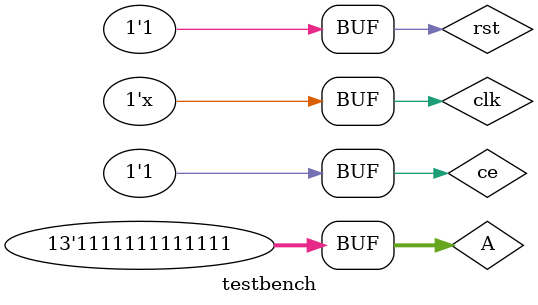
<source format=v>
`timescale 1ns / 1ps


module testbench();

reg clk = 0;
reg ce = 1;
reg signed [12:0] A = 13'hFFFF;
reg rst = 0;

wire [20:0] Y;

always #1 clk = ~clk;
initial #512 rst = 1;
initial begin
    ;
end

accum cumm
(
    .A(A),
    .clk(clk),
    .ce(ce),
    .rst(rst),
    .Y(Y)
);

endmodule

</source>
